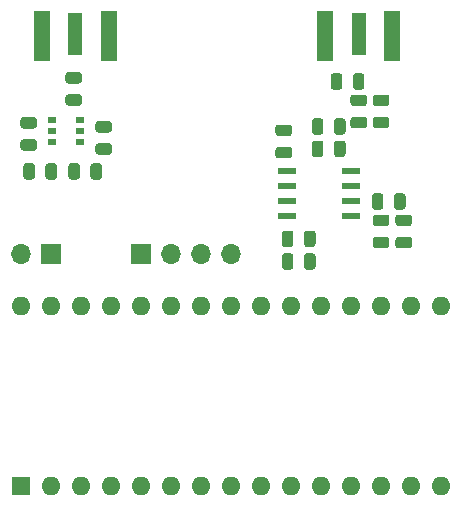
<source format=gts>
G04 #@! TF.GenerationSoftware,KiCad,Pcbnew,5.1.9+dfsg1-1+deb11u1*
G04 #@! TF.CreationDate,2023-03-16T17:17:06+02:00*
G04 #@! TF.ProjectId,power_meter,706f7765-725f-46d6-9574-65722e6b6963,rev?*
G04 #@! TF.SameCoordinates,Original*
G04 #@! TF.FileFunction,Soldermask,Top*
G04 #@! TF.FilePolarity,Negative*
%FSLAX46Y46*%
G04 Gerber Fmt 4.6, Leading zero omitted, Abs format (unit mm)*
G04 Created by KiCad (PCBNEW 5.1.9+dfsg1-1+deb11u1) date 2023-03-16 17:17:06*
%MOMM*%
%LPD*%
G01*
G04 APERTURE LIST*
%ADD10R,1.600000X1.600000*%
%ADD11O,1.600000X1.600000*%
%ADD12R,1.550000X0.600000*%
%ADD13R,1.700000X1.700000*%
%ADD14O,1.700000X1.700000*%
%ADD15R,1.270000X3.600000*%
%ADD16R,1.350000X4.200000*%
%ADD17R,0.700000X0.510000*%
G04 APERTURE END LIST*
D10*
X99060000Y-116840000D03*
D11*
X132080000Y-101600000D03*
X101600000Y-116840000D03*
X129540000Y-101600000D03*
X104140000Y-116840000D03*
X127000000Y-101600000D03*
X106680000Y-116840000D03*
X124460000Y-101600000D03*
X109220000Y-116840000D03*
X121920000Y-101600000D03*
X111760000Y-116840000D03*
X119380000Y-101600000D03*
X114300000Y-116840000D03*
X116840000Y-101600000D03*
X116840000Y-116840000D03*
X114300000Y-101600000D03*
X119380000Y-116840000D03*
X111760000Y-101600000D03*
X121920000Y-116840000D03*
X109220000Y-101600000D03*
X124460000Y-116840000D03*
X106680000Y-101600000D03*
X127000000Y-116840000D03*
X104140000Y-101600000D03*
X129540000Y-116840000D03*
X101600000Y-101600000D03*
X132080000Y-116840000D03*
X99060000Y-101600000D03*
X134620000Y-116840000D03*
X134620000Y-101600000D03*
G36*
G01*
X103048750Y-83635000D02*
X103961250Y-83635000D01*
G75*
G02*
X104205000Y-83878750I0J-243750D01*
G01*
X104205000Y-84366250D01*
G75*
G02*
X103961250Y-84610000I-243750J0D01*
G01*
X103048750Y-84610000D01*
G75*
G02*
X102805000Y-84366250I0J243750D01*
G01*
X102805000Y-83878750D01*
G75*
G02*
X103048750Y-83635000I243750J0D01*
G01*
G37*
G36*
G01*
X103048750Y-81760000D02*
X103961250Y-81760000D01*
G75*
G02*
X104205000Y-82003750I0J-243750D01*
G01*
X104205000Y-82491250D01*
G75*
G02*
X103961250Y-82735000I-243750J0D01*
G01*
X103048750Y-82735000D01*
G75*
G02*
X102805000Y-82491250I0J243750D01*
G01*
X102805000Y-82003750D01*
G75*
G02*
X103048750Y-81760000I243750J0D01*
G01*
G37*
G36*
G01*
X128091250Y-84640000D02*
X127178750Y-84640000D01*
G75*
G02*
X126935000Y-84396250I0J243750D01*
G01*
X126935000Y-83908750D01*
G75*
G02*
X127178750Y-83665000I243750J0D01*
G01*
X128091250Y-83665000D01*
G75*
G02*
X128335000Y-83908750I0J-243750D01*
G01*
X128335000Y-84396250D01*
G75*
G02*
X128091250Y-84640000I-243750J0D01*
G01*
G37*
G36*
G01*
X128091250Y-86515000D02*
X127178750Y-86515000D01*
G75*
G02*
X126935000Y-86271250I0J243750D01*
G01*
X126935000Y-85783750D01*
G75*
G02*
X127178750Y-85540000I243750J0D01*
G01*
X128091250Y-85540000D01*
G75*
G02*
X128335000Y-85783750I0J-243750D01*
G01*
X128335000Y-86271250D01*
G75*
G02*
X128091250Y-86515000I-243750J0D01*
G01*
G37*
G36*
G01*
X105588750Y-87777500D02*
X106501250Y-87777500D01*
G75*
G02*
X106745000Y-88021250I0J-243750D01*
G01*
X106745000Y-88508750D01*
G75*
G02*
X106501250Y-88752500I-243750J0D01*
G01*
X105588750Y-88752500D01*
G75*
G02*
X105345000Y-88508750I0J243750D01*
G01*
X105345000Y-88021250D01*
G75*
G02*
X105588750Y-87777500I243750J0D01*
G01*
G37*
G36*
G01*
X105588750Y-85902500D02*
X106501250Y-85902500D01*
G75*
G02*
X106745000Y-86146250I0J-243750D01*
G01*
X106745000Y-86633750D01*
G75*
G02*
X106501250Y-86877500I-243750J0D01*
G01*
X105588750Y-86877500D01*
G75*
G02*
X105345000Y-86633750I0J243750D01*
G01*
X105345000Y-86146250D01*
G75*
G02*
X105588750Y-85902500I243750J0D01*
G01*
G37*
G36*
G01*
X126520000Y-87808750D02*
X126520000Y-88721250D01*
G75*
G02*
X126276250Y-88965000I-243750J0D01*
G01*
X125788750Y-88965000D01*
G75*
G02*
X125545000Y-88721250I0J243750D01*
G01*
X125545000Y-87808750D01*
G75*
G02*
X125788750Y-87565000I243750J0D01*
G01*
X126276250Y-87565000D01*
G75*
G02*
X126520000Y-87808750I0J-243750D01*
G01*
G37*
G36*
G01*
X124645000Y-87808750D02*
X124645000Y-88721250D01*
G75*
G02*
X124401250Y-88965000I-243750J0D01*
G01*
X123913750Y-88965000D01*
G75*
G02*
X123670000Y-88721250I0J243750D01*
G01*
X123670000Y-87808750D01*
G75*
G02*
X123913750Y-87565000I243750J0D01*
G01*
X124401250Y-87565000D01*
G75*
G02*
X124645000Y-87808750I0J-243750D01*
G01*
G37*
G36*
G01*
X130988750Y-93825000D02*
X131901250Y-93825000D01*
G75*
G02*
X132145000Y-94068750I0J-243750D01*
G01*
X132145000Y-94556250D01*
G75*
G02*
X131901250Y-94800000I-243750J0D01*
G01*
X130988750Y-94800000D01*
G75*
G02*
X130745000Y-94556250I0J243750D01*
G01*
X130745000Y-94068750D01*
G75*
G02*
X130988750Y-93825000I243750J0D01*
G01*
G37*
G36*
G01*
X130988750Y-95700000D02*
X131901250Y-95700000D01*
G75*
G02*
X132145000Y-95943750I0J-243750D01*
G01*
X132145000Y-96431250D01*
G75*
G02*
X131901250Y-96675000I-243750J0D01*
G01*
X130988750Y-96675000D01*
G75*
G02*
X130745000Y-96431250I0J243750D01*
G01*
X130745000Y-95943750D01*
G75*
G02*
X130988750Y-95700000I243750J0D01*
G01*
G37*
G36*
G01*
X130625000Y-93166250D02*
X130625000Y-92253750D01*
G75*
G02*
X130868750Y-92010000I243750J0D01*
G01*
X131356250Y-92010000D01*
G75*
G02*
X131600000Y-92253750I0J-243750D01*
G01*
X131600000Y-93166250D01*
G75*
G02*
X131356250Y-93410000I-243750J0D01*
G01*
X130868750Y-93410000D01*
G75*
G02*
X130625000Y-93166250I0J243750D01*
G01*
G37*
G36*
G01*
X128750000Y-93166250D02*
X128750000Y-92253750D01*
G75*
G02*
X128993750Y-92010000I243750J0D01*
G01*
X129481250Y-92010000D01*
G75*
G02*
X129725000Y-92253750I0J-243750D01*
G01*
X129725000Y-93166250D01*
G75*
G02*
X129481250Y-93410000I-243750J0D01*
G01*
X128993750Y-93410000D01*
G75*
G02*
X128750000Y-93166250I0J243750D01*
G01*
G37*
G36*
G01*
X99238750Y-85570000D02*
X100151250Y-85570000D01*
G75*
G02*
X100395000Y-85813750I0J-243750D01*
G01*
X100395000Y-86301250D01*
G75*
G02*
X100151250Y-86545000I-243750J0D01*
G01*
X99238750Y-86545000D01*
G75*
G02*
X98995000Y-86301250I0J243750D01*
G01*
X98995000Y-85813750D01*
G75*
G02*
X99238750Y-85570000I243750J0D01*
G01*
G37*
G36*
G01*
X99238750Y-87445000D02*
X100151250Y-87445000D01*
G75*
G02*
X100395000Y-87688750I0J-243750D01*
G01*
X100395000Y-88176250D01*
G75*
G02*
X100151250Y-88420000I-243750J0D01*
G01*
X99238750Y-88420000D01*
G75*
G02*
X98995000Y-88176250I0J243750D01*
G01*
X98995000Y-87688750D01*
G75*
G02*
X99238750Y-87445000I243750J0D01*
G01*
G37*
G36*
G01*
X102087500Y-89713750D02*
X102087500Y-90626250D01*
G75*
G02*
X101843750Y-90870000I-243750J0D01*
G01*
X101356250Y-90870000D01*
G75*
G02*
X101112500Y-90626250I0J243750D01*
G01*
X101112500Y-89713750D01*
G75*
G02*
X101356250Y-89470000I243750J0D01*
G01*
X101843750Y-89470000D01*
G75*
G02*
X102087500Y-89713750I0J-243750D01*
G01*
G37*
G36*
G01*
X100212500Y-89713750D02*
X100212500Y-90626250D01*
G75*
G02*
X99968750Y-90870000I-243750J0D01*
G01*
X99481250Y-90870000D01*
G75*
G02*
X99237500Y-90626250I0J243750D01*
G01*
X99237500Y-89713750D01*
G75*
G02*
X99481250Y-89470000I243750J0D01*
G01*
X99968750Y-89470000D01*
G75*
G02*
X100212500Y-89713750I0J-243750D01*
G01*
G37*
G36*
G01*
X120828750Y-86205000D02*
X121741250Y-86205000D01*
G75*
G02*
X121985000Y-86448750I0J-243750D01*
G01*
X121985000Y-86936250D01*
G75*
G02*
X121741250Y-87180000I-243750J0D01*
G01*
X120828750Y-87180000D01*
G75*
G02*
X120585000Y-86936250I0J243750D01*
G01*
X120585000Y-86448750D01*
G75*
G02*
X120828750Y-86205000I243750J0D01*
G01*
G37*
G36*
G01*
X120828750Y-88080000D02*
X121741250Y-88080000D01*
G75*
G02*
X121985000Y-88323750I0J-243750D01*
G01*
X121985000Y-88811250D01*
G75*
G02*
X121741250Y-89055000I-243750J0D01*
G01*
X120828750Y-89055000D01*
G75*
G02*
X120585000Y-88811250I0J243750D01*
G01*
X120585000Y-88323750D01*
G75*
G02*
X120828750Y-88080000I243750J0D01*
G01*
G37*
G36*
G01*
X123005000Y-98246250D02*
X123005000Y-97333750D01*
G75*
G02*
X123248750Y-97090000I243750J0D01*
G01*
X123736250Y-97090000D01*
G75*
G02*
X123980000Y-97333750I0J-243750D01*
G01*
X123980000Y-98246250D01*
G75*
G02*
X123736250Y-98490000I-243750J0D01*
G01*
X123248750Y-98490000D01*
G75*
G02*
X123005000Y-98246250I0J243750D01*
G01*
G37*
G36*
G01*
X121130000Y-98246250D02*
X121130000Y-97333750D01*
G75*
G02*
X121373750Y-97090000I243750J0D01*
G01*
X121861250Y-97090000D01*
G75*
G02*
X122105000Y-97333750I0J-243750D01*
G01*
X122105000Y-98246250D01*
G75*
G02*
X121861250Y-98490000I-243750J0D01*
G01*
X121373750Y-98490000D01*
G75*
G02*
X121130000Y-98246250I0J243750D01*
G01*
G37*
G36*
G01*
X123670000Y-86816250D02*
X123670000Y-85903750D01*
G75*
G02*
X123913750Y-85660000I243750J0D01*
G01*
X124401250Y-85660000D01*
G75*
G02*
X124645000Y-85903750I0J-243750D01*
G01*
X124645000Y-86816250D01*
G75*
G02*
X124401250Y-87060000I-243750J0D01*
G01*
X123913750Y-87060000D01*
G75*
G02*
X123670000Y-86816250I0J243750D01*
G01*
G37*
G36*
G01*
X125545000Y-86816250D02*
X125545000Y-85903750D01*
G75*
G02*
X125788750Y-85660000I243750J0D01*
G01*
X126276250Y-85660000D01*
G75*
G02*
X126520000Y-85903750I0J-243750D01*
G01*
X126520000Y-86816250D01*
G75*
G02*
X126276250Y-87060000I-243750J0D01*
G01*
X125788750Y-87060000D01*
G75*
G02*
X125545000Y-86816250I0J243750D01*
G01*
G37*
G36*
G01*
X128122500Y-82093750D02*
X128122500Y-83006250D01*
G75*
G02*
X127878750Y-83250000I-243750J0D01*
G01*
X127391250Y-83250000D01*
G75*
G02*
X127147500Y-83006250I0J243750D01*
G01*
X127147500Y-82093750D01*
G75*
G02*
X127391250Y-81850000I243750J0D01*
G01*
X127878750Y-81850000D01*
G75*
G02*
X128122500Y-82093750I0J-243750D01*
G01*
G37*
G36*
G01*
X126247500Y-82093750D02*
X126247500Y-83006250D01*
G75*
G02*
X126003750Y-83250000I-243750J0D01*
G01*
X125516250Y-83250000D01*
G75*
G02*
X125272500Y-83006250I0J243750D01*
G01*
X125272500Y-82093750D01*
G75*
G02*
X125516250Y-81850000I243750J0D01*
G01*
X126003750Y-81850000D01*
G75*
G02*
X126247500Y-82093750I0J-243750D01*
G01*
G37*
G36*
G01*
X129996250Y-86515000D02*
X129083750Y-86515000D01*
G75*
G02*
X128840000Y-86271250I0J243750D01*
G01*
X128840000Y-85783750D01*
G75*
G02*
X129083750Y-85540000I243750J0D01*
G01*
X129996250Y-85540000D01*
G75*
G02*
X130240000Y-85783750I0J-243750D01*
G01*
X130240000Y-86271250D01*
G75*
G02*
X129996250Y-86515000I-243750J0D01*
G01*
G37*
G36*
G01*
X129996250Y-84640000D02*
X129083750Y-84640000D01*
G75*
G02*
X128840000Y-84396250I0J243750D01*
G01*
X128840000Y-83908750D01*
G75*
G02*
X129083750Y-83665000I243750J0D01*
G01*
X129996250Y-83665000D01*
G75*
G02*
X130240000Y-83908750I0J-243750D01*
G01*
X130240000Y-84396250D01*
G75*
G02*
X129996250Y-84640000I-243750J0D01*
G01*
G37*
G36*
G01*
X129996250Y-94800000D02*
X129083750Y-94800000D01*
G75*
G02*
X128840000Y-94556250I0J243750D01*
G01*
X128840000Y-94068750D01*
G75*
G02*
X129083750Y-93825000I243750J0D01*
G01*
X129996250Y-93825000D01*
G75*
G02*
X130240000Y-94068750I0J-243750D01*
G01*
X130240000Y-94556250D01*
G75*
G02*
X129996250Y-94800000I-243750J0D01*
G01*
G37*
G36*
G01*
X129996250Y-96675000D02*
X129083750Y-96675000D01*
G75*
G02*
X128840000Y-96431250I0J243750D01*
G01*
X128840000Y-95943750D01*
G75*
G02*
X129083750Y-95700000I243750J0D01*
G01*
X129996250Y-95700000D01*
G75*
G02*
X130240000Y-95943750I0J-243750D01*
G01*
X130240000Y-96431250D01*
G75*
G02*
X129996250Y-96675000I-243750J0D01*
G01*
G37*
G36*
G01*
X104922500Y-90626250D02*
X104922500Y-89713750D01*
G75*
G02*
X105166250Y-89470000I243750J0D01*
G01*
X105653750Y-89470000D01*
G75*
G02*
X105897500Y-89713750I0J-243750D01*
G01*
X105897500Y-90626250D01*
G75*
G02*
X105653750Y-90870000I-243750J0D01*
G01*
X105166250Y-90870000D01*
G75*
G02*
X104922500Y-90626250I0J243750D01*
G01*
G37*
G36*
G01*
X103047500Y-90626250D02*
X103047500Y-89713750D01*
G75*
G02*
X103291250Y-89470000I243750J0D01*
G01*
X103778750Y-89470000D01*
G75*
G02*
X104022500Y-89713750I0J-243750D01*
G01*
X104022500Y-90626250D01*
G75*
G02*
X103778750Y-90870000I-243750J0D01*
G01*
X103291250Y-90870000D01*
G75*
G02*
X103047500Y-90626250I0J243750D01*
G01*
G37*
D12*
X121600000Y-90170000D03*
X121600000Y-91440000D03*
X121600000Y-92710000D03*
X121600000Y-93980000D03*
X127000000Y-93980000D03*
X127000000Y-92710000D03*
X127000000Y-91440000D03*
X127000000Y-90170000D03*
D13*
X101600000Y-97155000D03*
D14*
X99060000Y-97155000D03*
D13*
X109220000Y-97155000D03*
D14*
X111760000Y-97155000D03*
X114300000Y-97155000D03*
X116840000Y-97155000D03*
D15*
X127635000Y-78540000D03*
D16*
X124810000Y-78740000D03*
X130460000Y-78740000D03*
X106457000Y-78740000D03*
X100807000Y-78740000D03*
D15*
X103632000Y-78540000D03*
D17*
X101695000Y-85810000D03*
X101695000Y-86760000D03*
X101695000Y-87710000D03*
X104015000Y-87710000D03*
X104015000Y-86760000D03*
X104015000Y-85810000D03*
G36*
G01*
X121130000Y-96341250D02*
X121130000Y-95428750D01*
G75*
G02*
X121373750Y-95185000I243750J0D01*
G01*
X121861250Y-95185000D01*
G75*
G02*
X122105000Y-95428750I0J-243750D01*
G01*
X122105000Y-96341250D01*
G75*
G02*
X121861250Y-96585000I-243750J0D01*
G01*
X121373750Y-96585000D01*
G75*
G02*
X121130000Y-96341250I0J243750D01*
G01*
G37*
G36*
G01*
X123005000Y-96341250D02*
X123005000Y-95428750D01*
G75*
G02*
X123248750Y-95185000I243750J0D01*
G01*
X123736250Y-95185000D01*
G75*
G02*
X123980000Y-95428750I0J-243750D01*
G01*
X123980000Y-96341250D01*
G75*
G02*
X123736250Y-96585000I-243750J0D01*
G01*
X123248750Y-96585000D01*
G75*
G02*
X123005000Y-96341250I0J243750D01*
G01*
G37*
M02*

</source>
